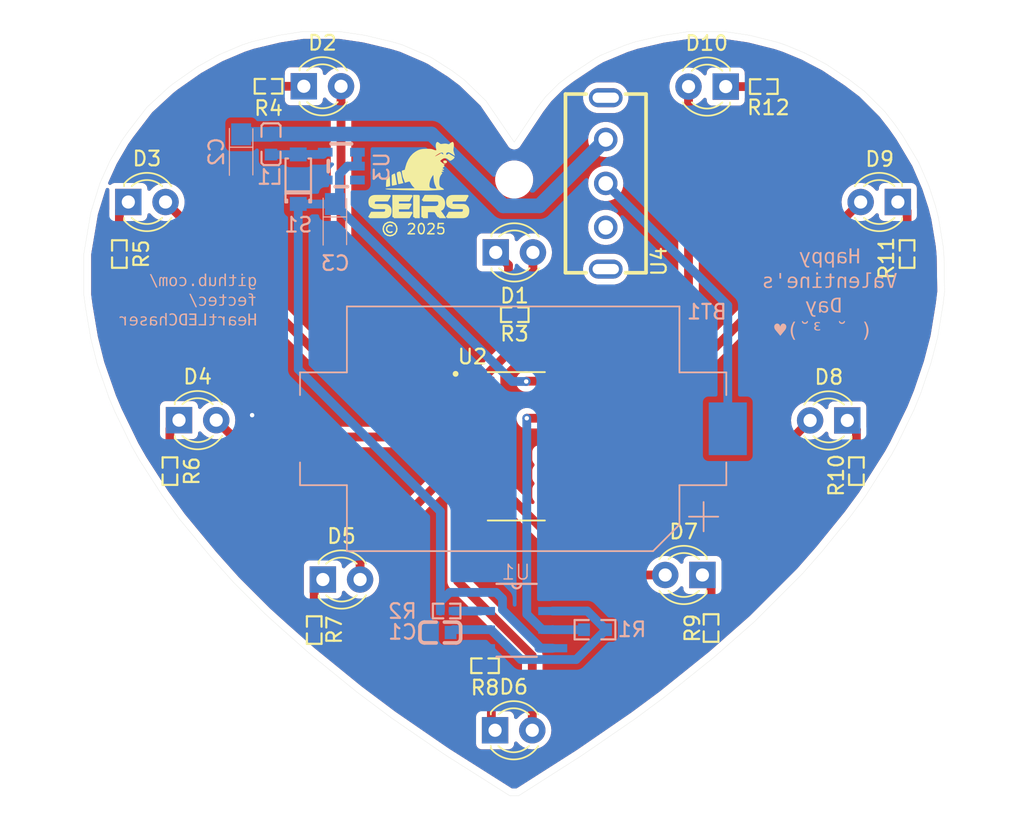
<source format=kicad_pcb>
(kicad_pcb (version 20240108) (generator "pcbnew") (generator_version "8.0")
  (layers (0 "F.Cu" signal) (31 "B.Cu" signal) (34 "B.Paste" user) (35 "F.Paste" user) (36 "B.SilkS" user "B.Silkscreen") (37 "F.SilkS" user "F.Silkscreen") (38 "B.Mask" user) (39 "F.Mask" user) (44 "Edge.Cuts" user))
  (net 0 "")
  (net 1 "Net-(BT1-+)")
  (net 2 "GND")
  (net 3 "Net-(U1-THRESHOLD)")
  (net 4 "+3V0")
  (net 5 "Net-(D5-K)")
  (net 6 "Net-(D1-A)")
  (net 7 "Net-(D2-A)")
  (net 8 "Net-(D3-A)")
  (net 9 "Net-(D4-A)")
  (net 10 "Net-(D5-A)")
  (net 11 "Net-(D6-A)")
  (net 12 "Net-(D7-A)")
  (net 13 "Net-(D8-A)")
  (net 14 "Net-(D9-A)")
  (net 15 "Net-(D10-A)")
  (net 16 "Net-(S1-A)")
  (net 17 "ASTABLE_OUTPUT")
  (net 18 "Net-(U1-DISCHARGE)")
  (net 24 "Net-(D2-K)")
  (net 25 "Net-(D3-K)")
  (net 26 "Net-(D4-K)")
  (net 27 "Net-(D6-K)")
  (net 28 "Net-(D7-K)")
  (net 29 "Net-(D8-K)")
  (net 30 "Net-(D9-K)")
  (net 31 "Net-(D10-K)")
  (net 33 "Net-(D1-K)")
  (net 34 "+5V")
  (footprint "FOOTPRINTS:0402WGJ0332TCE" (layer "F.Cu") (at 156.82 87.69 -90)
    (property "Reference" "R11" (at 0.29 1.41 90) (layer "F.SilkS"))
    (property "Value" "3.3k")
    (pad "1" smd rect (at -0.43 0 270) (size 0.57 0.54) (layers "F.Cu" "F.Paste" "F.Mask") (net 30 "Net-(D9-K)"))
    (pad "2" smd rect (at 0.43 0 270) (size 0.57 0.54) (layers "F.Cu" "F.Paste" "F.Mask") (net 2 "GND"))
  )
  (footprint "LED_THT:LED_D3.0mm" (layer "F.Cu") (at 103.66 84.14)
    (property "Reference" "D3" (at 1.27 -2.96 0) (layer "F.SilkS"))
    (property "Value" "LED")
    (pad "1" thru_hole rect (at 0 0) (size 1.8 1.8) (drill 0.9) (layers "*.Cu" "*.Mask") (net 25 "Net-(D3-K)"))
    (pad "2" thru_hole circle (at 2.54 0) (size 1.8 1.8) (drill 0.9) (layers "*.Cu" "*.Mask") (net 8 "Net-(D3-A)"))
  )
  (footprint "FOOTPRINTS:0402WGJ0332TCE" (layer "F.Cu") (at 143.44 113.22 -90)
    (property "Reference" "R9" (at 0.01 1.27 90) (layer "F.SilkS"))
    (property "Value" "3.3k")
    (pad "1" smd rect (at -0.43 0 270) (size 0.57 0.54) (layers "F.Cu" "F.Paste" "F.Mask") (net 28 "Net-(D7-K)"))
    (pad "2" smd rect (at 0.43 0 270) (size 0.57 0.54) (layers "F.Cu" "F.Paste" "F.Mask") (net 2 "GND"))
  )
  (footprint "LED_THT:LED_D3.0mm" (layer "F.Cu") (at 156.19 84.14 180)
    (property "Reference" "D9" (at 1.24 2.93 0) (layer "F.SilkS"))
    (property "Value" "LED")
    (pad "1" thru_hole rect (at 0 0 180) (size 1.8 1.8) (drill 0.9) (layers "*.Cu" "*.Mask") (net 30 "Net-(D9-K)"))
    (pad "2" thru_hole circle (at 2.54 0 180) (size 1.8 1.8) (drill 0.9) (layers "*.Cu" "*.Mask") (net 14 "Net-(D9-A)"))
  )
  (footprint "LED_THT:LED_D3.0mm" (layer "F.Cu") (at 152.74 99.05 180)
    (property "Reference" "D8" (at 1.26 2.96 0) (layer "F.SilkS"))
    (property "Value" "LED")
    (pad "1" thru_hole rect (at 0 0 180) (size 1.8 1.8) (drill 0.9) (layers "*.Cu" "*.Mask") (net 29 "Net-(D8-K)"))
    (pad "2" thru_hole circle (at 2.54 0 180) (size 1.8 1.8) (drill 0.9) (layers "*.Cu" "*.Mask") (net 13 "Net-(D8-A)"))
  )
  (footprint "LED_THT:LED_D3.0mm" (layer "F.Cu") (at 115.64 76.24)
    (property "Reference" "D2" (at 1.27 -2.96 0) (layer "F.SilkS"))
    (property "Value" "LED")
    (pad "1" thru_hole rect (at 0 0) (size 1.8 1.8) (drill 0.9) (layers "*.Cu" "*.Mask") (net 24 "Net-(D2-K)"))
    (pad "2" thru_hole circle (at 2.54 0) (size 1.8 1.8) (drill 0.9) (layers "*.Cu" "*.Mask") (net 7 "Net-(D2-A)"))
  )
  (footprint "LED_THT:LED_D3.0mm" (layer "F.Cu") (at 107.12 99.03)
    (property "Reference" "D4" (at 1.27 -2.96 0) (layer "F.SilkS"))
    (property "Value" "LED")
    (pad "1" thru_hole rect (at 0 0) (size 1.8 1.8) (drill 0.9) (layers "*.Cu" "*.Mask") (net 26 "Net-(D4-K)"))
    (pad "2" thru_hole circle (at 2.54 0) (size 1.8 1.8) (drill 0.9) (layers "*.Cu" "*.Mask") (net 9 "Net-(D4-A)"))
  )
  (footprint "FOOTPRINTS:0402WGJ0332TCE" (layer "F.Cu") (at 103.05 87.69 -90)
    (property "Reference" "R5" (at 0 -1.5 90) (layer "F.SilkS"))
    (property "Value" "3.3k")
    (pad "1" smd rect (at -0.43 0 270) (size 0.57 0.54) (layers "F.Cu" "F.Paste" "F.Mask") (net 25 "Net-(D3-K)"))
    (pad "2" smd rect (at 0.43 0 270) (size 0.57 0.54) (layers "F.Cu" "F.Paste" "F.Mask") (net 2 "GND"))
  )
  (footprint "FOOTPRINTS:CD4017BM" (layer "F.Cu") (at 130.145 100.815)
    (property "Reference" "U2" (at -2.995 -6.115 0) (layer "F.SilkS"))
    (property "Value" "CD4017BM")
    (pad "1" smd roundrect (at -2.475 -4.445) (size 1.97 0.6) (layers "F.Cu" "F.Paste" "F.Mask") (roundrect_rratio 0.125) (net 6 "Net-(D1-A)"))
    (pad "2" smd roundrect (at -2.475 -3.175) (size 1.97 0.6) (layers "F.Cu" "F.Paste" "F.Mask") (roundrect_rratio 0.125) (net 7 "Net-(D2-A)"))
    (pad "3" smd roundrect (at -2.475 -1.905) (size 1.97 0.6) (layers "F.Cu" "F.Paste" "F.Mask") (roundrect_rratio 0.125) (net 8 "Net-(D3-A)"))
    (pad "4" smd roundrect (at -2.475 -0.635) (size 1.97 0.6) (layers "F.Cu" "F.Paste" "F.Mask") (roundrect_rratio 0.125) (net 9 "Net-(D4-A)"))
    (pad "5" smd roundrect (at -2.475 0.635) (size 1.97 0.6) (layers "F.Cu" "F.Paste" "F.Mask") (roundrect_rratio 0.125) (net 10 "Net-(D5-A)"))
    (pad "6" smd roundrect (at -2.475 1.905) (size 1.97 0.6) (layers "F.Cu" "F.Paste" "F.Mask") (roundrect_rratio 0.125) (net 11 "Net-(D6-A)"))
    (pad "7" smd roundrect (at -2.475 3.175) (size 1.97 0.6) (layers "F.Cu" "F.Paste" "F.Mask") (roundrect_rratio 0.125) (net 12 "Net-(D7-A)"))
    (pad "8" smd roundrect (at -2.475 4.445) (size 1.97 0.6) (layers "F.Cu" "F.Paste" "F.Mask") (roundrect_rratio 0.125) (net 2 "GND"))
    (pad "9" smd roundrect (at 2.475 4.445) (size 1.97 0.6) (layers "F.Cu" "F.Paste" "F.Mask") (roundrect_rratio 0.125) (net 13 "Net-(D8-A)"))
    (pad "10" smd roundrect (at 2.475 3.175) (size 1.97 0.6) (layers "F.Cu" "F.Paste" "F.Mask") (roundrect_rratio 0.125) (net 14 "Net-(D9-A)"))
    (pad "11" smd roundrect (at 2.475 1.905) (size 1.97 0.6) (layers "F.Cu" "F.Paste" "F.Mask") (roundrect_rratio 0.125) (net 15 "Net-(D10-A)"))
    (pad "12" smd roundrect (at 2.475 0.635) (size 1.97 0.6) (layers "F.Cu" "F.Paste" "F.Mask") (roundrect_rratio 0.125))
    (pad "13" smd roundrect (at 2.475 -0.635) (size 1.97 0.6) (layers "F.Cu" "F.Paste" "F.Mask") (roundrect_rratio 0.125) (net 2 "GND"))
    (pad "14" smd roundrect (at 2.475 -1.905) (size 1.97 0.6) (layers "F.Cu" "F.Paste" "F.Mask") (roundrect_rratio 0.125) (net 17 "ASTABLE_OUTPUT"))
    (pad "15" smd roundrect (at 2.475 -3.175) (size 1.97 0.6) (layers "F.Cu" "F.Paste" "F.Mask") (roundrect_rratio 0.125))
    (pad "16" smd roundrect (at 2.475 -4.445) (size 1.97 0.6) (layers "F.Cu" "F.Paste" "F.Mask") (roundrect_rratio 0.125) (net 34 "+5V"))
  )
  (footprint "FOOTPRINTS:0402WGJ0332TCE" (layer "F.Cu") (at 106.5 102.51 -90)
    (property "Reference" "R6" (at 0 -1.5 90) (layer "F.SilkS"))
    (property "Value" "3.3k")
    (pad "1" smd rect (at -0.43 0 270) (size 0.57 0.54) (layers "F.Cu" "F.Paste" "F.Mask") (net 26 "Net-(D4-K)"))
    (pad "2" smd rect (at 0.43 0 270) (size 0.57 0.54) (layers "F.Cu" "F.Paste" "F.Mask") (net 2 "GND"))
  )
  (footprint "FOOTPRINTS:HX SS12F44G4" (layer "F.Cu") (at 136.25 82.87 90)
    (property "Reference" "U4" (at -5.33 3.64 90) (layer "F.SilkS"))
    (property "Value" "HX SS12F44G4")
    (pad "1" thru_hole circle (at -3 0 90) (size 1.6 1.6) (drill 0.999998) (layers "*.Cu" "*.Mask"))
    (pad "2" thru_hole circle (at 0 0 90) (size 1.6 1.6) (drill 0.999998) (layers "*.Cu" "*.Mask") (net 1 "Net-(BT1-+)"))
    (pad "3" thru_hole circle (at 3 0 90) (size 1.6 1.6) (drill 0.999998) (layers "*.Cu" "*.Mask") (net 4 "+3V0"))
    (pad "4" thru_hole oval (at 5.85 0 270) (size 1.3 2.3) (drill oval 0.700024 1.799996) (layers "*.Cu" "*.Mask"))
    (pad "5" thru_hole oval (at -5.85 0 270) (size 1.3 2.3) (drill oval 0.700024 1.799996) (layers "*.Cu" "*.Mask"))
  )
  (footprint "LED_THT:LED_D3.0mm" (layer "F.Cu") (at 142.85 109.6 180)
    (property "Reference" "D7" (at 1.28 2.96 0) (layer "F.SilkS"))
    (property "Value" "LED")
    (pad "1" thru_hole rect (at 0 0 180) (size 1.8 1.8) (drill 0.9) (layers "*.Cu" "*.Mask") (net 28 "Net-(D7-K)"))
    (pad "2" thru_hole circle (at 2.54 0 180) (size 1.8 1.8) (drill 0.9) (layers "*.Cu" "*.Mask") (net 12 "Net-(D7-A)"))
  )
  (footprint "FOOTPRINTS:0402WGJ0332TCE" (layer "F.Cu") (at 116.35 113.36 90)
    (property "Reference" "R7" (at 0.01 1.37 90) (layer "F.SilkS"))
    (property "Value" "3.3k")
    (pad "1" smd rect (at -0.43 0 90) (size 0.57 0.54) (layers "F.Cu" "F.Paste" "F.Mask") (net 2 "GND"))
    (pad "2" smd rect (at 0.43 0 90) (size 0.57 0.54) (layers "F.Cu" "F.Paste" "F.Mask") (net 5 "Net-(D5-K)"))
  )
  (footprint "LED_THT:LED_D3.0mm" (layer "F.Cu") (at 144.44 76.26 180)
    (property "Reference" "D10" (at 1.3 2.96 0) (layer "F.SilkS"))
    (property "Value" "LED")
    (pad "1" thru_hole rect (at 0 0 180) (size 1.8 1.8) (drill 0.9) (layers "*.Cu" "*.Mask") (net 31 "Net-(D10-K)"))
    (pad "2" thru_hole circle (at 2.54 0 180) (size 1.8 1.8) (drill 0.9) (layers "*.Cu" "*.Mask") (net 15 "Net-(D10-A)"))
  )
  (footprint "FOOTPRINTS:0402WGJ0332TCE" (layer "F.Cu") (at 113.23 76.24 180)
    (property "Reference" "R4" (at 0 -1.5 0) (layer "F.SilkS"))
    (property "Value" "3.3k")
    (pad "1" smd rect (at -0.43 0 180) (size 0.57 0.54) (layers "F.Cu" "F.Paste" "F.Mask") (net 24 "Net-(D2-K)"))
    (pad "2" smd rect (at 0.43 0 180) (size 0.57 0.54) (layers "F.Cu" "F.Paste" "F.Mask") (net 2 "GND"))
  )
  (footprint "FOOTPRINTS:seirslogo" (layer "F.Cu") (at 123.455144 84.537947)
    (property "Reference" "G***" (hide yes))
    (property "Value" "LOGO" (hide yes))
  )
  (footprint "MountingHole:MountingHole_2.1mm" (layer "F.Cu") (at 130 82.6)
    (property "Reference" "H1" (hide yes))
    (property "Value" "MountingHole")
    (pad "" np_thru_hole circle (at 0 0) (size 2.1 2.1) (drill 2.1) (layers "*.Cu" "*.Mask"))
  )
  (footprint "LED_THT:LED_D3.0mm" (layer "F.Cu") (at 116.94 109.91)
    (property "Reference" "D5" (at 1.27 -2.96 0) (layer "F.SilkS"))
    (property "Value" "LED")
    (pad "1" thru_hole rect (at 0 0) (size 1.8 1.8) (drill 0.9) (layers "*.Cu" "*.Mask") (net 5 "Net-(D5-K)"))
    (pad "2" thru_hole circle (at 2.54 0) (size 1.8 1.8) (drill 0.9) (layers "*.Cu" "*.Mask") (net 10 "Net-(D5-A)"))
  )
  (footprint "FOOTPRINTS:0402WGJ0332TCE" (layer "F.Cu") (at 147.04 76.26)
    (property "Reference" "R12" (at 0.31 1.43 0) (layer "F.SilkS"))
    (property "Value" "3.3k")
    (pad "1" smd rect (at -0.43 0) (size 0.57 0.54) (layers "F.Cu" "F.Paste" "F.Mask") (net 31 "Net-(D10-K)"))
    (pad "2" smd rect (at 0.43 0) (size 0.57 0.54) (layers "F.Cu" "F.Paste" "F.Mask") (net 2 "GND"))
  )
  (footprint "FOOTPRINTS:0402WGJ0332TCE" (layer "F.Cu") (at 153.36 102.51 -90)
    (property "Reference" "R10" (at 0.29 1.37 90) (layer "F.SilkS"))
    (property "Value" "3.3k")
    (pad "1" smd rect (at -0.43 0 270) (size 0.57 0.54) (layers "F.Cu" "F.Paste" "F.Mask") (net 29 "Net-(D8-K)"))
    (pad "2" smd rect (at 0.43 0 270) (size 0.57 0.54) (layers "F.Cu" "F.Paste" "F.Mask") (net 2 "GND"))
  )
  (footprint "LED_THT:LED_D3.0mm" (layer "F.Cu") (at 128.695 120.2)
    (property "Reference" "D6" (at 1.27 -2.96 0) (layer "F.SilkS"))
    (property "Value" "LED")
    (pad "1" thru_hole rect (at 0 0) (size 1.8 1.8) (drill 0.9) (layers "*.Cu" "*.Mask") (net 27 "Net-(D6-K)"))
    (pad "2" thru_hole circle (at 2.54 0) (size 1.8 1.8) (drill 0.9) (layers "*.Cu" "*.Mask") (net 11 "Net-(D6-A)"))
  )
  (footprint "FOOTPRINTS:raccoonimage" (layer "F.Cu") (at 123.51 81.74)
    (property "Reference" "G***" (hide yes))
    (property "Value" "LOGO" (hide yes))
  )
  (footprint "FOOTPRINTS:0402WGJ0332TCE" (layer "F.Cu") (at 128.0112 115.795 180)
    (property "Reference" "R8" (at 0 -1.5 0) (layer "F.SilkS"))
    (property "Value" "3.3k")
    (pad "1" smd rect (at -0.43 0 180) (size 0.57 0.54) (layers "F.Cu" "F.Paste" "F.Mask") (net 27 "Net-(D6-K)"))
    (pad "2" smd rect (at 0.43 0 180) (size 0.57 0.54) (layers "F.Cu" "F.Paste" "F.Mask") (net 2 "GND"))
  )
  (footprint "LED_THT:LED_D3.0mm" (layer "F.Cu") (at 128.74 87.58)
    (property "Reference" "D1" (at 1.28 2.96 0) (layer "F.SilkS"))
    (property "Value" "LED")
    (pad "1" thru_hole rect (at 0 0) (size 1.8 1.8) (drill 0.9) (layers "*.Cu" "*.Mask") (net 33 "Net-(D1-K)"))
    (pad "2" thru_hole circle (at 2.54 0) (size 1.8 1.8) (drill 0.9) (layers "*.Cu" "*.Mask") (net 6 "Net-(D1-A)"))
  )
  (footprint "FOOTPRINTS:0402WGJ0332TCE" (layer "F.Cu") (at 130.04 91.83)
    (property "Reference" "R3" (at -0.02 1.31 0) (layer "F.SilkS"))
    (property "Value" "3.3k")
    (pad "1" smd rect (at -0.43 0) (size 0.57 0.54) (layers "F.Cu" "F.Paste" "F.Mask") (net 33 "Net-(D1-K)"))
    (pad "2" smd rect (at 0.43 0) (size 0.57 0.54) (layers "F.Cu" "F.Paste" "F.Mask") (net 2 "GND"))
  )
  (footprint "FOOTPRINTS:SDFL1608Q4R7KTF" (layer "B.Cu") (at 113.4 80.2 -90)
    (property "Reference" "L1" (at 2.24 0.08 0) (layer "B.SilkS") (effects (justify mirror)))
    (property "Value" "47-100uH")
    (pad "1" smd rect (at -0.7 0 90) (size 0.8 0.86) (layers "B.Cu" "B.Paste" "B.Mask") (net 4 "+3V0"))
    (pad "2" smd rect (at 0.7 0 90) (size 0.8 0.86) (layers "B.Cu" "B.Paste" "B.Mask") (net 16 "Net-(S1-A)"))
  )
  (footprint "FOOTPRINTS:TAJA476K006RNJ" (layer "B.Cu") (at 111.36 80.72 -90)
    (property "Reference" "C2" (at -0.01 1.69 90) (layer "B.SilkS") (effects (justify mirror)))
    (property "Value" "47uF(Tantalum)")
    (pad "1" smd rect (at -1.2 0 270) (size 1.5 1.36) (layers "B.Cu" "B.Paste" "B.Mask") (net 4 "+3V0"))
    (pad "2" smd rect (at 1.2 0 270) (size 1.5 1.36) (layers "B.Cu" "B.Paste" "B.Mask") (net 2 "GND"))
  )
  (footprint "FOOTPRINTS:CL10A475KP8NNNC" (layer "B.Cu") (at 124.9562 113.525 180)
    (property "Reference" "C1" (at 2.58 0.03 0) (layer "B.SilkS") (effects (justify mirror)))
    (property "Value" "4.7uF")
    (pad "1" smd rect (at -0.7 0 180) (size 0.8 0.9) (layers "B.Cu" "B.Paste" "B.Mask") (net 3 "Net-(U1-THRESHOLD)"))
    (pad "2" smd rect (at 0.7 0 180) (size 0.8 0.9) (layers "B.Cu" "B.Paste" "B.Mask") (net 2 "GND"))
  )
  (footprint "FOOTPRINTS:0402WGJ0103TCE" (layer "B.Cu") (at 125.39 112.06 180)
    (property "Reference" "R2" (at 3.02 -0.01 0) (layer "B.SilkS") (effects (justify mirror)))
    (property "Value" "10k")
    (pad "1" smd rect (at -0.43 0 180) (size 0.57 0.54) (layers "B.Cu" "B.Paste" "B.Mask") (net 18 "Net-(U1-DISCHARGE)"))
    (pad "2" smd rect (at 0.43 0 180) (size 0.57 0.54) (layers "B.Cu" "B.Paste" "B.Mask") (net 34 "+5V"))
  )
  (footprint "Battery:BatteryHolder_Keystone_1060_1x2032" (layer "B.Cu") (at 129.93 99.62 180)
    (property "Reference" "BT1" (at -13.22 7.98 0) (layer "B.SilkS") (effects (justify mirror)))
    (property "Value" "Battery_Cell")
    (pad "1" smd rect (at -14.65 0) (size 2.6 3.6) (layers "B.Cu" "B.Paste" "B.Mask") (net 1 "Net-(BT1-+)"))
    (pad "2" smd rect (at 14.65 0) (size 2.6 3.6) (layers "B.Cu" "B.Paste" "B.Mask") (net 2 "GND"))
  )
  (footprint "FOOTPRINTS:HT7750A" (layer "B.Cu") (at 118.2 81.69 -90)
    (property "Reference" "U3" (at 0.05 -2.76 90) (layer "B.SilkS") (effects (justify mirror)))
    (property "Value" "HT7750A")
    (pad "1" smd rect (at -0.95 -1.1 270) (size 0.6 1) (layers "B.Cu" "B.Paste" "B.Mask") (net 34 "+5V"))
    (pad "2" smd rect (at 0 -1.1 270) (size 0.6 1) (layers "B.Cu" "B.Paste" "B.Mask") (net 34 "+5V"))
    (pad "3" smd rect (at 0.95 -1.1 270) (size 0.6 1) (layers "B.Cu" "B.Paste" "B.Mask"))
    (pad "4" smd rect (at 0.95 1.1 270) (size 0.6 1) (layers "B.Cu" "B.Paste" "B.Mask") (net 2 "GND"))
    (pad "5" smd rect (at -0.95 1.1 270) (size 0.6 1) (layers "B.Cu" "B.Paste" "B.Mask") (net 16 "Net-(S1-A)"))
  )
  (footprint "FOOTPRINTS:TAJA476K006RNJ" (layer "B.Cu") (at 117.76 85.48 -90)
    (property "Reference" "C3" (at 2.84 -0.03 180) (layer "B.SilkS") (effects (justify mirror)))
    (property "Value" "22uF(Tantalum)")
    (pad "1" smd rect (at -1.2 0 270) (size 1.5 1.36) (layers "B.Cu" "B.Paste" "B.Mask") (net 34 "+5V"))
    (pad "2" smd rect (at 1.2 0 270) (size 1.5 1.36) (layers "B.Cu" "B.Paste" "B.Mask") (net 2 "GND"))
  )
  (footprint "FOOTPRINTS:ICM7555CBAZ" (layer "B.Cu") (at 130.1662 112.695 180)
    (property "Reference" "U1" (hide yes))
    (property "Value" "ICM7555CBAZ")
    (fp_text user "U1" (at -1.0138 2.695 0) (layer "B.SilkS") (effects (font (thickness 0.1)) (justify left bottom mirror)))
    (pad "1" smd rect (at -2.4638 1.905 180) (size 1.9812 0.5588) (layers "B.Cu" "B.Paste" "B.Mask") (net 2 "GND"))
    (pad "2" smd rect (at -2.4638 0.635 180) (size 1.9812 0.5588) (layers "B.Cu" "B.Paste" "B.Mask") (net 3 "Net-(U1-THRESHOLD)"))
    (pad "3" smd rect (at -2.4638 -0.635 180) (size 1.9812 0.5588) (layers "B.Cu" "B.Paste" "B.Mask") (net 17 "ASTABLE_OUTPUT"))
    (pad "4" smd rect (at -2.4638 -1.905 180) (size 1.9812 0.5588) (layers "B.Cu" "B.Paste" "B.Mask") (net 34 "+5V"))
    (pad "5" smd rect (at 2.4638 -1.905 180) (size 1.9812 0.5588) (layers "B.Cu" "B.Paste" "B.Mask") (net 2 "GND"))
    (pad "6" smd rect (at 2.4638 -0.635 180) (size 1.9812 0.5588) (layers "B.Cu" "B.Paste" "B.Mask") (net 3 "Net-(U1-THRESHOLD)"))
    (pad "7" smd rect (at 2.4638 0.635 180) (size 1.9812 0.5588) (layers "B.Cu" "B.Paste" "B.Mask") (net 18 "Net-(U1-DISCHARGE)"))
    (pad "8" smd rect (at 2.4638 1.905 180) (size 1.9812 0.5588) (layers "B.Cu" "B.Paste" "B.Mask") (net 34 "+5V"))
  )
  (footprint "FOOTPRINTS:0603WAJ0104T5E" (layer "B.Cu") (at 135.5162 113.335 180)
    (property "Reference" "R1" (at -2.5238 0.015 0) (layer "B.SilkS") (effects (justify mirror)))
    (property "Value" "100k")
    (pad "1" smd rect (at -0.75 0 180) (size 0.81 0.86) (layers "B.Cu" "B.Paste" "B.Mask") (net 3 "Net-(U1-THRESHOLD)"))
    (pad "2" smd rect (at 0.75 0 180) (size 0.81 0.86) (layers "B.Cu" "B.Paste" "B.Mask") (net 17 "ASTABLE_OUTPUT"))
  )
  (footprint "FOOTPRINTS:1N5817W" (layer "B.Cu") (at 115.26 82.58 90)
    (property "Reference" "S1" (at -3.12 0.01 0) (layer "B.SilkS") (effects (justify mirror)))
    (property "Value" "1N5817")
    (pad "1" smd rect (at -1.69 0 90) (size 0.95 1.15) (layers "B.Cu" "B.Paste" "B.Mask") (net 34 "+5V"))
    (pad "2" smd rect (at 1.69 0 90) (size 0.95 1.15) (layers "B.Cu" "B.Paste" "B.Mask") (net 16 "Net-(S1-A)"))
  )
  (gr_line (start 159.38 90.264) (end 159.339361 87.818967) (stroke (width 0.0148)) (layer "Edge.Cuts"))
  (gr_line (start 101.189882 84.559471) (end 101.096462 84.867692) (stroke (width 0.0148)) (layer "Edge.Cuts"))
  (gr_line (start 118.088 72.504) (end 115.572 72.504) (stroke (width 0.0148)) (layer "Edge.Cuts"))
  (gr_line (start 133.036 76.056) (end 132.148 76.944) (stroke (width 0.0148)) (layer "Edge.Cuts"))
  (gr_line (start 131.796197 77.403164) (end 131.57376 77.69732) (stroke (width 0.0148)) (layer "Edge.Cuts"))
  (gr_line (start 100.731361 91.296967) (end 101.094118 93.439471) (stroke (width 0.0148)) (layer "Edge.Cuts"))
  (gr_line (start 102.3408 97.5086) (end 102.7552 98.4854) (stroke (width 0.0148)) (layer "Edge.Cuts"))
  (gr_line (start 134.504615 121.992923) (end 134.675385 121.879077) (stroke (width 0.0148)) (layer "Edge.Cuts"))
  (gr_line (start 156.511077 79.596615) (end 155.993077 78.856615) (stroke (width 0.0148)) (layer "Edge.Cuts"))
  (gr_line (start 114.109226 113.259544) (end 116.031671 114.961718) (stroke (width 0.0148)) (layer "Edge.Cuts"))
  (gr_line (start 158.964462 85.226308) (end 158.761882 84.424529) (stroke (width 0.0148)) (layer "Edge.Cuts"))
  (gr_line (start 158.444118 95.154529) (end 158.909882 93.365471) (stroke (width 0.0148)) (layer "Edge.Cuts"))
  (gr_line (start 101.096462 84.867692) (end 100.624 87.674) (stroke (width 0.0148)) (layer "Edge.Cuts"))
  (gr_line (start 150.999628 108.007669) (end 152.95976 105.59532) (stroke (width 0.0148)) (layer "Edge.Cuts"))
  (gr_line (start 132.148 76.944) (end 131.796197 77.403164) (stroke (width 0.0148)) (layer "Edge.Cuts"))
  (gr_line (start 147.9174 73.2218) (end 146.055 72.756) (stroke (width 0.0148)) (layer "Edge.Cuts"))
  (gr_line (start 152.95976 105.59532) (end 153.96024 104.23668) (stroke (width 0.0148)) (layer "Edge.Cuts"))
  (gr_line (start 130.09376 79.91732) (end 130.002 80.052) (stroke (width 0.0148)) (layer "Edge.Cuts"))
  (gr_line (start 103.601077 79.397385) (end 103.23176 79.91732) (stroke (width 0.0148)) (layer "Edge.Cuts"))
  (gr_line (start 152.85468 75.77776) (end 151.3066 74.7388) (stroke (width 0.0148)) (layer "Edge.Cuts"))
  (gr_line (start 128.078 77.24) (end 126.61132 75.81624) (stroke (width 0.0148)) (layer "Edge.Cuts"))
  (gr_line (start 102.4148 81.3174) (end 101.7192 82.8566) (stroke (width 0.0148)) (layer "Edge.Cuts"))
  (gr_line (start 135.3966 74.4132) (end 133.78932 75.48176) (stroke (width 0.0148)) (layer "Edge.Cuts"))
  (gr_line (start 140.22732 117.95776) (end 143.676329 115.183718) (stroke (width 0.0148)) (layer "Edge.Cuts"))
  (gr_line (start 134.675385 121.879077) (end 138.27668 119.40224) (stroke (width 0.0148)) (layer "Edge.Cuts"))
  (gr_line (start 129.5654 124.5852) (end 129.6246 124.6148) (stroke (width 0.0148)) (layer "Edge.Cuts"))
  (gr_line (start 129.706 124.674) (end 130.298 124.674) (stroke (width 0.0148)) (layer "Edge.Cuts"))
  (gr_line (start 137.5426 73.4438) (end 135.8554 74.1468) (stroke (width 0.0148)) (layer "Edge.Cuts"))
  (gr_line (start 124.3706 74.2948) (end 124.0746 74.1468) (stroke (width 0.0148)) (layer "Edge.Cuts"))
  (gr_line (start 126.61132 75.81624) (end 125.77068 75.18576) (stroke (width 0.0148)) (layer "Edge.Cuts"))
  (gr_line (start 143.676329 115.183718) (end 145.484558 113.592398) (stroke (width 0.0148)) (layer "Edge.Cuts"))
  (gr_line (start 145.484558 113.592398) (end 146.43 112.76) (stroke (width 0.0148)) (layer "Edge.Cuts"))
  (gr_line (start 151.3066 74.7388) (end 149.8414 73.9692) (stroke (width 0.0148)) (layer "Edge.Cuts"))
  (gr_line (start 124.0746 74.1468) (end 122.3726 73.4142) (stroke (width 0.0148)) (layer "Edge.Cuts"))
  (gr_line (start 107.11824 105.74332) (end 109.263664 108.336044) (stroke (width 0.0148)) (layer "Edge.Cuts"))
  (gr_line (start 144.358 72.504) (end 141.916 72.504) (stroke (width 0.0148)) (layer "Edge.Cuts"))
  (gr_line (start 130.002 80.052) (end 128.078 77.24) (stroke (width 0.0148)) (layer "Edge.Cuts"))
  (gr_line (start 111.4354 73.4142) (end 109.8814 74.0728) (stroke (width 0.0148)) (layer "Edge.Cuts"))
  (gr_line (start 103.897077 100.834615) (end 104.4572 101.8154) (stroke (width 0.0148)) (layer "Edge.Cuts"))
  (gr_line (start 113.949 72.756) (end 112.100529 73.196118) (stroke (width 0.0148)) (layer "Edge.Cuts"))
  (gr_line (start 100.624 90.486) (end 100.731361 91.296967) (stroke (width 0.0148)) (layer "Edge.Cuts"))
  (gr_line (start 159.339361 87.818967) (end 159.272639 87.085033) (stroke (width 0.0148)) (layer "Edge.Cuts"))
  (gr_line (start 100.624 87.674) (end 100.624 90.486) (stroke (width 0.0148)) (layer "Edge.Cuts"))
  (gr_line (start 135.8554 74.1468) (end 135.3966 74.4132) (stroke (width 0.0148)) (layer "Edge.Cuts"))
  (gr_line (start 157.2932 98.3226) (end 157.7668 97.1534) (stroke (width 0.0148)) (layer "Edge.Cuts"))
  (gr_line (start 119.785 72.756) (end 118.088 72.504) (stroke (width 0.0148)) (layer "Edge.Cuts"))
  (gr_line (start 131.57376 77.69732) (end 130.09376 79.91732) (stroke (width 0.0148)) (layer "Edge.Cuts"))
  (gr_line (start 104.4572 101.8154) (end 105.96976 104.16268) (stroke (width 0.0148)) (layer "Edge.Cuts"))
  (gr_line (start 130.298 124.674) (end 134.504615 121.992923) (stroke (width 0.0148)) (layer "Edge.Cuts"))
  (gr_line (start 158.3292 83.0934) (end 157.6188 81.4506) (stroke (width 0.0148)) (layer "Edge.Cuts"))
  (gr_line (start 146.43 112.76) (end 149.686 109.504) (stroke (width 0.0148)) (layer "Edge.Cuts"))
  (gr_line (start 103.23176 79.91732) (end 102.4148 81.3174) (stroke (width 0.0148)) (layer "Edge.Cuts"))
  (gr_line (start 106.381561 76.333951) (end 104.916 77.684) (stroke (width 0.0148)) (layer "Edge.Cuts"))
  (gr_line (start 108.234615 75.002923) (end 106.706439 76.074049) (stroke (width 0.0148)) (layer "Edge.Cuts"))
  (gr_line (start 141.916 72.504) (end 140.135 72.77) (stroke (width 0.0148)) (layer "Edge.Cuts"))
  (gr_line (start 155.993077 78.856615) (end 155.31 77.98) (stroke (width 0.0148)) (layer "Edge.Cuts"))
  (gr_line (start 121.720529 73.217882) (end 119.785 72.756) (stroke (width 0.0148)) (layer "Edge.Cuts"))
  (gr_line (start 101.7192 82.8566) (end 101.189882 84.559471) (stroke (width 0.0148)) (layer "Edge.Cuts"))
  (gr_line (start 125.351385 121.918923) (end 129.5654 124.5852) (stroke (width 0.0148)) (layer "Edge.Cuts"))
  (gr_line (start 138.27668 119.40224) (end 140.22732 117.95776) (stroke (width 0.0148)) (layer "Edge.Cuts"))
  (gr_line (start 115.572 72.504) (end 113.949 72.756) (stroke (width 0.0148)) (layer "Edge.Cuts"))
  (gr_line (start 155.31 77.98) (end 153.904 76.574) (stroke (width 0.0148)) (layer "Edge.Cuts"))
  (gr_line (start 158.909882 93.365471) (end 159.272317 91.149193) (stroke (width 0.0148)) (layer "Edge.Cuts"))
  (gr_line (start 156.106923 100.760615) (end 157.2932 98.3226) (stroke (width 0.0148)) (layer "Edge.Cuts"))
  (gr_line (start 133.78932 75.48176) (end 133.54068 75.66824) (stroke (width 0.0148)) (layer "Edge.Cuts"))
  (gr_line (start 153.904 76.574) (end 152.85468 75.77776) (stroke (width 0.0148)) (layer "Edge.Cuts"))
  (gr_line (start 104.916 77.684) (end 103.601077 79.397385) (stroke (width 0.0148)) (layer "Edge.Cuts"))
  (gr_line (start 157.6188 81.4506) (end 156.511077 79.596615) (stroke (width 0.0148)) (layer "Edge.Cuts"))
  (gr_line (start 155.736923 101.426615) (end 156.106923 100.760615) (stroke (width 0.0148)) (layer "Edge.Cuts"))
  (gr_line (start 109.8814 74.0728) (end 109.7926 74.1172) (stroke (width 0.0148)) (layer "Edge.Cuts"))
  (gr_line (start 148.4946 73.4142) (end 147.9174 73.2218) (stroke (width 0.0148)) (layer "Edge.Cuts"))
  (gr_line (start 102.7552 98.4854) (end 103.897077 100.834615) (stroke (width 0.0148)) (layer "Edge.Cuts"))
  (gr_line (start 122.3726 73.4142) (end 121.720529 73.217882) (stroke (width 0.0148)) (layer "Edge.Cuts"))
  (gr_line (start 112.982 112.242) (end 114.109226 113.259544) (stroke (width 0.0148)) (layer "Edge.Cuts"))
  (gr_line (start 125.129385 121.770923) (end 125.351385 121.918923) (stroke (width 0.0148)) (layer "Edge.Cuts"))
  (gr_line (start 109.263664 108.336044) (end 110.836 110.096) (stroke (width 0.0148)) (layer "Edge.Cuts"))
  (gr_line (start 101.538118 95.215471) (end 102.3408 97.5086) (stroke (width 0.0148)) (layer "Edge.Cuts"))
  (gr_line (start 153.96024 104.23668) (end 155.736923 101.426615) (stroke (width 0.0148)) (layer "Edge.Cuts"))
  (gr_line (start 159.272639 87.085033) (end 158.964462 85.226308) (stroke (width 0.0148)) (layer "Edge.Cuts"))
  (gr_line (start 106.706439 76.074049) (end 106.381561 76.333951) (stroke (width 0.0148)) (layer "Edge.Cuts"))
  (gr_line (start 121.57932 119.32824) (end 125.129385 121.770923) (stroke (width 0.0148)) (layer "Edge.Cuts"))
  (gr_line (start 158.761882 84.424529) (end 158.3292 83.0934) (stroke (width 0.0148)) (layer "Edge.Cuts"))
  (gr_line (start 110.836 110.096) (end 112.982 112.242) (stroke (width 0.0148)) (layer "Edge.Cuts"))
  (gr_line (start 133.54068 75.66824) (end 133.036 76.056) (stroke (width 0.0148)) (layer "Edge.Cuts"))
  (gr_line (start 125.77068 75.18576) (end 124.3706 74.2948) (stroke (width 0.0148)) (layer "Edge.Cuts"))
  (gr_line (start 149.8414 73.9692) (end 148.4946 73.4142) (stroke (width 0.0148)) (layer "Edge.Cuts"))
  (gr_line (start 138.296529 73.196118) (end 137.5426 73.4438) (stroke (width 0.0148)) (layer "Edge.Cuts"))
  (gr_line (start 129.6246 124.6148) (end 129.706 124.674) (stroke (width 0.0148)) (layer "Edge.Cuts"))
  (gr_line (start 108.405385 74.889077) (end 108.234615 75.002923) (stroke (width 0.0148)) (layer "Edge.Cuts"))
  (gr_line (start 119.25868 117.58776) (end 121.57932 119.32824) (stroke (width 0.0148)) (layer "Edge.Cuts"))
  (gr_line (start 109.7926 74.1172) (end 108.405385 74.889077) (stroke (width 0.0148)) (layer "Edge.Cuts"))
  (gr_line (start 146.055 72.756) (end 144.358 72.504) (stroke (width 0.0148)) (layer "Edge.Cuts"))
  (gr_line (start 101.094118 93.439471) (end 101.538118 95.215471) (stroke (width 0.0148)) (layer "Edge.Cuts"))
  (gr_line (start 105.96976 104.16268) (end 107.11824 105.74332) (stroke (width 0.0148)) (layer "Edge.Cuts"))
  (gr_line (start 149.686 109.504) (end 150.999628 108.007669) (stroke (width 0.0148)) (layer "Edge.Cuts"))
  (gr_line (start 140.135 72.77) (end 138.296529 73.196118) (stroke (width 0.0148)) (layer "Edge.Cuts"))
  (gr_line (start 157.7668 97.1534) (end 158.444118 95.154529) (stroke (width 0.0148)) (layer "Edge.Cuts"))
  (gr_line (start 116.031671 114.961718) (end 119.25868 117.58776) (stroke (width 0.0148)) (layer "Edge.Cuts"))
  (gr_line (start 112.100529 73.196118) (end 111.4354 73.4142) (stroke (width 0.0148)) (layer "Edge.Cuts"))
  (gr_line (start 159.272317 91.149193) (end 159.38 90.264) (stroke (width 0.0148)) (layer "Edge.Cuts"))
  (gr_text "github.com/\nfectec/\nHeartLEDChaser" (at 112.45 90.89 0) (layer "B.SilkS") (effects (font (size 0.8 0.8) (thickness 0.1)) (justify left mirror)))
  (gr_text "Happy \nValentine's \nDay\n( ˘ ³˘)♥\n" (at 151.11 90.43 0) (layer "B.SilkS") (effects (font (size 1 1) (thickness 0.1)) (justify mirror)))
  (gr_text "© 2025" (at 120.86 86.4 0) (layer "F.SilkS") (effects (font (size 0.7 0.7) (thickness 0.1)) (justify left bottom)))
  (segment (start 144.58 91.2) (end 136.25 82.87) (width 0.6) (layer "B.Cu") (net 1))
  (segment (start 144.58 99.62) (end 144.58 91.2) (width 0.6) (layer "B.Cu") (net 1))
  (via (at 112.11 98.69) (size 0.6) (drill 0.3) (layers "F.Cu" "B.Cu") (net 2))
  (segment (start 115.28 99.62) (end 113.04 99.62) (width 0.6) (layer "B.Cu") (net 2))
  (segment (start 113.04 99.62) (end 112.11 98.69) (width 0.6) (layer "B.Cu") (net 2))
  (segment (start 127.7024 113.33) (end 128.4136 113.33) (width 0.6) (layer "B.Cu") (net 3))
  (segment (start 132.63 112.06) (end 134.9912 112.06) (width 0.6) (layer "B.Cu") (net 3))
  (segment (start 125.8512 113.33) (end 125.6562 113.525) (width 0.6) (layer "B.Cu") (net 3))
  (segment (start 128.4136 113.33) (end 130.4536 115.37) (width 0.6) (layer "B.Cu") (net 3))
  (segment (start 134.9912 112.06) (end 136.2662 113.335) (width 0.6) (layer "B.Cu") (net 3))
  (segment (start 134.2312 115.37) (end 136.2662 113.335) (width 0.6) (layer "B.Cu") (net 3))
  (segment (start 127.7024 113.33) (end 125.8512 113.33) (width 0.6) (layer "B.Cu") (net 3))
  (segment (start 130.4536 115.37) (end 134.2312 115.37) (width 0.6) (layer "B.Cu") (net 3))
  (segment (start 113.38 79.52) (end 113.4 79.5) (width 1) (layer "B.Cu") (net 4))
  (segment (start 129.254416 84.4) (end 131.72 84.4) (width 1) (layer "B.Cu") (net 4))
  (segment (start 131.72 84.4) (end 136.25 79.87) (width 1) (layer "B.Cu") (net 4))
  (segment (start 113.4 79.5) (end 124.354416 79.5) (width 1) (layer "B.Cu") (net 4))
  (segment (start 124.354416 79.5) (end 129.254416 84.4) (width 1) (layer "B.Cu") (net 4))
  (segment (start 111.36 79.52) (end 113.38 79.52) (width 1) (layer "B.Cu") (net 4))
  (segment (start 116.35 112.93) (end 116.35 110.5) (width 0.6) (layer "F.Cu") (net 5))
  (segment (start 131.28 92.76) (end 131.28 87.58) (width 0.6) (layer "F.Cu") (net 6))
  (segment (start 127.67 96.37) (end 131.28 92.76) (width 0.6) (layer "F.Cu") (net 6))
  (segment (start 118.18 89.134999) (end 118.18 76.24) (width 0.6) (layer "F.Cu") (net 7))
  (segment (start 126.685001 97.64) (end 118.18 89.134999) (width 0.6) (layer "F.Cu") (net 7))
  (segment (start 127.67 97.64) (end 126.685001 97.64) (width 0.6) (layer "F.Cu") (net 7))
  (segment (start 120.97 98.91) (end 106.2 84.14) (width 0.6) (layer "F.Cu") (net 8))
  (segment (start 127.67 98.91) (end 120.97 98.91) (width 0.6) (layer "F.Cu") (net 8))
  (segment (start 127.67 100.18) (end 110.81 100.18) (width 0.6) (layer "F.Cu") (net 9))
  (segment (start 110.81 100.18) (end 109.66 99.03) (width 0.6) (layer "F.Cu") (net 9))
  (segment (start 119.48 108.655001) (end 119.48 109.91) (width 0.6) (layer "F.Cu") (net 10))
  (segment (start 126.685001 101.45) (end 119.48 108.655001) (width 0.6) (layer "F.Cu") (net 10))
  (segment (start 127.67 101.45) (end 126.685001 101.45) (width 0.6) (layer "F.Cu") (net 10))
  (segment (start 127.67 102.72) (end 126.685001 102.72) (width 0.6) (layer "F.Cu") (net 11))
  (segment (start 131.235 115.115) (end 131.235 120.2) (width 0.6) (layer "F.Cu") (net 11))
  (segment (start 126.14 103.265001) (end 126.14 110.02) (width 0.6) (layer "F.Cu") (net 11))
  (segment (start 126.14 110.02) (end 131.235 115.115) (width 0.6) (layer "F.Cu") (net 11))
  (segment (start 126.685001 102.72) (end 126.14 103.265001) (width 0.6) (layer "F.Cu") (net 11))
  (segment (start 129.442176 103.99) (end 135.052176 109.6) (width 0.6) (layer "F.Cu") (net 12))
  (segment (start 127.67 103.99) (end 129.442176 103.99) (width 0.6) (layer "F.Cu") (net 12))
  (segment (start 135.052176 109.6) (end 140.31 109.6) (width 0.6) (layer "F.Cu") (net 12))
  (segment (start 143.99 105.26) (end 150.2 99.05) (width 0.6) (layer "F.Cu") (net 13))
  (segment (start 132.62 105.26) (end 143.99 105.26) (width 0.6) (layer "F.Cu") (net 13))
  (segment (start 133.8 103.99) (end 153.65 84.14) (width 0.6) (layer "F.Cu") (net 14))
  (segment (start 132.62 103.99) (end 133.8 103.99) (width 0.6) (layer "F.Cu") (net 14))
  (segment (start 133.604999 102.72) (end 141.9 94.424999) (width 0.6) (layer "F.Cu") (net 15))
  (segment (start 141.9 94.424999) (end 141.9 76.26) (width 0.6) (layer "F.Cu") (net 15))
  (segment (start 132.62 102.72) (end 133.604999 102.72) (width 0.6) (layer "F.Cu") (net 15))
  (segment (start 115.26 80.89) (end 116.95 80.89) (width 0.6) (layer "B.Cu") (net 16))
  (segment (start 116.95 80.89) (end 117.1 80.74) (width 0.6) (layer "B.Cu") (net 16))
  (segment (start 113.4 80.9) (end 115.25 80.9) (width 0.6) (layer "B.Cu") (net 16))
  (segment (start 132.61 98.9) (end 132.62 98.91) (width 0.6) (layer "F.Cu") (net 17))
  (segment (start 130.86 98.9) (end 132.61 98.9) (width 0.6) (layer "F.Cu") (net 17))
  (via (at 130.86 98.9) (size 0.6) (drill 0.3) (layers "F.Cu" "B.Cu") (net 17))
  (segment (start 130.86 112.2712) (end 130.86 98.9) (width 0.6) (layer "B.Cu") (net 17))
  (segment (start 131.9188 113.33) (end 130.86 112.2712) (width 0.6) (layer "B.Cu") (net 17))
  (segment (start 132.635 113.335) (end 132.63 113.33) (width 0.6) (layer "B.Cu") (net 17))
  (segment (start 132.63 113.33) (end 131.9188 113.33) (width 0.6) (layer "B.Cu") (net 17))
  (segment (start 134.7662 113.335) (end 132.635 113.335) (width 0.6) (layer "B.Cu") (net 17))
  (segment (start 125.82 112.06) (end 127.7024 112.06) (width 0.6) (layer "B.Cu") (net 18))
  (segment (start 113.66 76.24) (end 115.64 76.24) (width 0.6) (layer "F.Cu") (net 24))
  (segment (start 103.05 87.26) (end 103.05 84.75) (width 0.6) (layer "F.Cu") (net 25))
  (segment (start 103.05 84.75) (end 103.66 84.14) (width 0.6) (layer "F.Cu") (net 25))
  (segment (start 106.5 99.65) (end 107.12 99.03) (width 0.6) (layer "F.Cu") (net 26))
  (segment (start 106.5 102.08) (end 106.5 99.65) (width 0.6) (layer "F.Cu") (net 26))
  (segment (start 128.4412 115.795) (end 128.4412 119.9462) (width 0.6) (layer "F.Cu") (net 27))
  (segment (start 143.44 112.79) (end 143.44 110.19) (width 0.6) (layer "F.Cu") (net 28))
  (segment (start 153.36 99.67) (end 152.74 99.05) (width 0.6) (layer "F.Cu") (net 29))
  (segment (start 153.36 102.08) (end 153.36 99.67) (width 0.6) (layer "F.Cu") (net 29))
  (segment (start 156.82 84.77) (end 156.19 84.14) (width 0.6) (layer "F.Cu") (net 30))
  (segment (start 156.82 87.26) (end 156.82 84.77) (width 0.6) (layer "F.Cu") (net 30))
  (segment (start 146.61 76.26) (end 144.44 76.26) (width 0.6) (layer "F.Cu") (net 31))
  (segment (start 129.61 91.83) (end 129.61 88.45) (width 0.6) (layer "F.Cu") (net 33))
  (segment (start 129.61 88.45) (end 128.74 87.58) (width 0.6) (layer "F.Cu") (net 33))
  (segment (start 130.84 96.37) (end 130.82 96.39) (width 0.6) (layer "F.Cu") (net 34))
  (segment (start 132.62 96.37) (end 130.84 96.37) (width 0.6) (layer "F.Cu") (net 34))
  (via (at 130.82 96.39) (size 0.6) (drill 0.3) (layers "F.Cu" "B.Cu") (net 34))
  (segment (start 118.62 81.69) (end 119.3 81.69) (width 0.6) (layer "B.Cu") (net 34))
  (segment (start 119.3 81.69) (end 119.3 80.74) (width 0.6) (layer "B.Cu") (net 34))
  (segment (start 129.200001 111.220001) (end 129.200001 111.970001) (width 0.6) (layer "B.Cu") (net 34))
  (segment (start 125.595 110.79) (end 127.7024 110.79) (width 0.6) (layer "B.Cu") (net 34))
  (segment (start 115.27 84.28) (end 115.26 84.27) (width 0.6) (layer "B.Cu") (net 34))
  (segment (start 124.96 105.26) (end 124.96 112.06) (width 0.6) (layer "B.Cu") (net 34))
  (segment (start 115.26 95.56) (end 124.96 105.26) (width 0.6) (layer "B.Cu") (net 34))
  (segment (start 128.77 110.79) (end 129.200001 111.220001) (width 0.6) (layer "B.Cu") (net 34))
  (segment (start 131.69 114.6) (end 132.63 114.6) (width 0.6) (layer "B.Cu") (net 34))
  (segment (start 127.7024 110.79) (end 128.77 110.79) (width 0.6) (layer "B.Cu") (net 34))
  (segment (start 129.87 96.39) (end 117.76 84.28) (width 0.6) (layer "B.Cu") (net 34))
  (segment (start 131.83 114.6) (end 132.63 114.6) (width 0.6) (layer "B.Cu") (net 34))
  (segment (start 118.07 83.97) (end 118.07 82.24) (width 0.6) (layer "B.Cu") (net 34))
  (segment (start 118.07 82.24) (end 118.62 81.69) (width 0.6) (layer "B.Cu") (net 34))
  (segment (start 124.96 112.06) (end 124.96 111.425) (width 0.6) (layer "B.Cu") (net 34))
  (segment (start 115.26 84.27) (end 115.26 95.56) (width 0.6) (layer "B.Cu") (net 34))
  (segment (start 124.96 111.425) (end 125.595 110.79) (width 0.6) (layer "B.Cu") (net 34))
  (segment (start 117.76 84.28) (end 118.07 83.97) (width 0.6) (layer "B.Cu") (net 34))
  (segment (start 117.76 84.28) (end 115.27 84.28) (width 0.6) (layer "B.Cu") (net 34))
  (segment (start 130.82 96.39) (end 129.87 96.39) (width 0.6) (layer "B.Cu") (net 34))
  (segment (start 129.200001 111.970001) (end 131.83 114.6) (width 0.6) (layer "B.Cu") (net 34))
  (zone (net 2) (net_name "GND") (layer "F.Cu") (connect_pads yes (clearance 0.4)) (min_thickness 0.25) (fill yes (thermal_gap 0.5) (thermal_bridge_width 0.5))
    (polygon (pts (xy 94.98 70.35) (xy 94.91 127.52) (xy 164.74 127.38) (xy 164.81 70.42)))
  )
  (zone (net 2) (net_name "GND") (layer "B.Cu") (priority 1) (connect_pads yes (clearance 0.4)) (min_thickness 0.25) (fill yes (thermal_gap 0.5) (thermal_bridge_width 0.5))
    (polygon (pts (xy 94.98 70.35) (xy 94.9 127.52) (xy 164.74 127.38) (xy 164.81 70.42)))
  )
)
</source>
